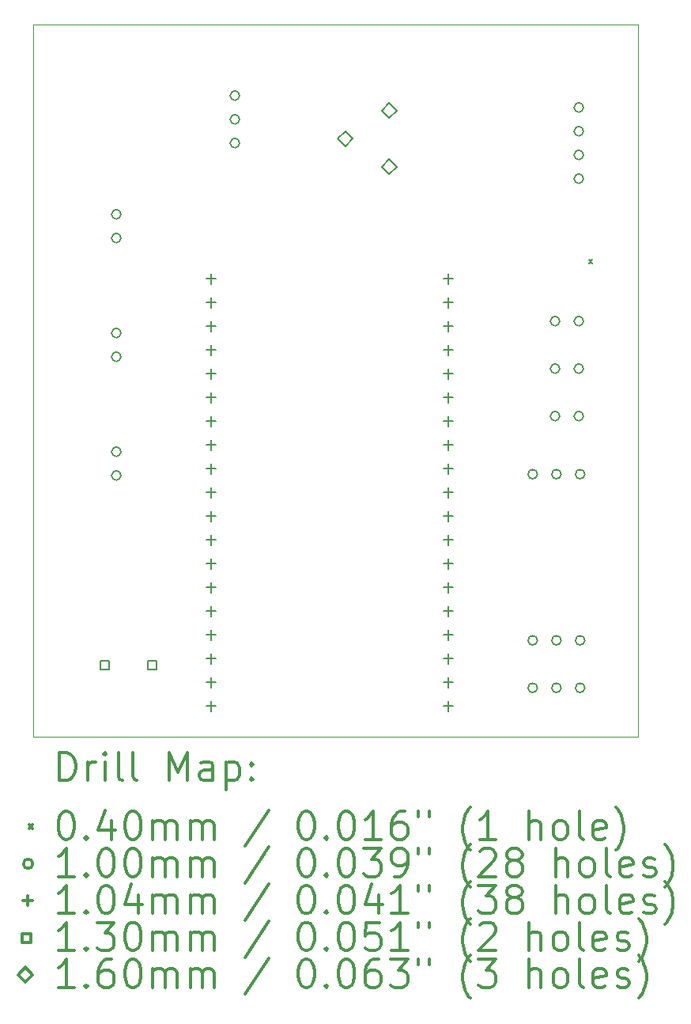
<source format=gbr>
%FSLAX45Y45*%
G04 Gerber Fmt 4.5, Leading zero omitted, Abs format (unit mm)*
G04 Created by KiCad (PCBNEW 5.0.1-33cea8e~68~ubuntu18.04.1) date Mon 19 Nov 2018 05:19:51 PM PST*
%MOMM*%
%LPD*%
G01*
G04 APERTURE LIST*
%ADD10C,0.100000*%
%ADD11C,0.200000*%
%ADD12C,0.300000*%
G04 APERTURE END LIST*
D10*
X23749000Y-6477000D02*
X17272000Y-6477000D01*
X23749000Y-14097000D02*
X23749000Y-6477000D01*
X17272000Y-14097000D02*
X23749000Y-14097000D01*
X17272000Y-6477000D02*
X17272000Y-14097000D01*
D11*
X23221000Y-8997000D02*
X23261000Y-9037000D01*
X23261000Y-8997000D02*
X23221000Y-9037000D01*
X18211000Y-9779000D02*
G75*
G03X18211000Y-9779000I-50000J0D01*
G01*
X18211000Y-10033000D02*
G75*
G03X18211000Y-10033000I-50000J0D01*
G01*
X22670200Y-11289300D02*
G75*
G03X22670200Y-11289300I-50000J0D01*
G01*
X22924200Y-11289300D02*
G75*
G03X22924200Y-11289300I-50000J0D01*
G01*
X23178200Y-11289300D02*
G75*
G03X23178200Y-11289300I-50000J0D01*
G01*
X18211000Y-8509000D02*
G75*
G03X18211000Y-8509000I-50000J0D01*
G01*
X18211000Y-8763000D02*
G75*
G03X18211000Y-8763000I-50000J0D01*
G01*
X22910000Y-10668000D02*
G75*
G03X22910000Y-10668000I-50000J0D01*
G01*
X23164000Y-10668000D02*
G75*
G03X23164000Y-10668000I-50000J0D01*
G01*
X23164000Y-7366000D02*
G75*
G03X23164000Y-7366000I-50000J0D01*
G01*
X23164000Y-7620000D02*
G75*
G03X23164000Y-7620000I-50000J0D01*
G01*
X23164000Y-7874000D02*
G75*
G03X23164000Y-7874000I-50000J0D01*
G01*
X23164000Y-8128000D02*
G75*
G03X23164000Y-8128000I-50000J0D01*
G01*
X22910000Y-10160000D02*
G75*
G03X22910000Y-10160000I-50000J0D01*
G01*
X23164000Y-10160000D02*
G75*
G03X23164000Y-10160000I-50000J0D01*
G01*
X22670200Y-13575300D02*
G75*
G03X22670200Y-13575300I-50000J0D01*
G01*
X22924200Y-13575300D02*
G75*
G03X22924200Y-13575300I-50000J0D01*
G01*
X23178200Y-13575300D02*
G75*
G03X23178200Y-13575300I-50000J0D01*
G01*
X22670200Y-13067300D02*
G75*
G03X22670200Y-13067300I-50000J0D01*
G01*
X22924200Y-13067300D02*
G75*
G03X22924200Y-13067300I-50000J0D01*
G01*
X23178200Y-13067300D02*
G75*
G03X23178200Y-13067300I-50000J0D01*
G01*
X18211000Y-11049000D02*
G75*
G03X18211000Y-11049000I-50000J0D01*
G01*
X18211000Y-11303000D02*
G75*
G03X18211000Y-11303000I-50000J0D01*
G01*
X22910000Y-9652000D02*
G75*
G03X22910000Y-9652000I-50000J0D01*
G01*
X23164000Y-9652000D02*
G75*
G03X23164000Y-9652000I-50000J0D01*
G01*
X19481000Y-7239000D02*
G75*
G03X19481000Y-7239000I-50000J0D01*
G01*
X19481000Y-7493000D02*
G75*
G03X19481000Y-7493000I-50000J0D01*
G01*
X19481000Y-7747000D02*
G75*
G03X19481000Y-7747000I-50000J0D01*
G01*
X19177000Y-9148000D02*
X19177000Y-9252000D01*
X19125000Y-9200000D02*
X19229000Y-9200000D01*
X19177000Y-9402000D02*
X19177000Y-9506000D01*
X19125000Y-9454000D02*
X19229000Y-9454000D01*
X19177000Y-9656000D02*
X19177000Y-9760000D01*
X19125000Y-9708000D02*
X19229000Y-9708000D01*
X19177000Y-9910000D02*
X19177000Y-10014000D01*
X19125000Y-9962000D02*
X19229000Y-9962000D01*
X19177000Y-10164000D02*
X19177000Y-10268000D01*
X19125000Y-10216000D02*
X19229000Y-10216000D01*
X19177000Y-10418000D02*
X19177000Y-10522000D01*
X19125000Y-10470000D02*
X19229000Y-10470000D01*
X19177000Y-10672000D02*
X19177000Y-10776000D01*
X19125000Y-10724000D02*
X19229000Y-10724000D01*
X19177000Y-10926000D02*
X19177000Y-11030000D01*
X19125000Y-10978000D02*
X19229000Y-10978000D01*
X19177000Y-11180000D02*
X19177000Y-11284000D01*
X19125000Y-11232000D02*
X19229000Y-11232000D01*
X19177000Y-11434000D02*
X19177000Y-11538000D01*
X19125000Y-11486000D02*
X19229000Y-11486000D01*
X19177000Y-11688000D02*
X19177000Y-11792000D01*
X19125000Y-11740000D02*
X19229000Y-11740000D01*
X19177000Y-11942000D02*
X19177000Y-12046000D01*
X19125000Y-11994000D02*
X19229000Y-11994000D01*
X19177000Y-12196000D02*
X19177000Y-12300000D01*
X19125000Y-12248000D02*
X19229000Y-12248000D01*
X19177000Y-12450000D02*
X19177000Y-12554000D01*
X19125000Y-12502000D02*
X19229000Y-12502000D01*
X19177000Y-12704000D02*
X19177000Y-12808000D01*
X19125000Y-12756000D02*
X19229000Y-12756000D01*
X19177000Y-12958000D02*
X19177000Y-13062000D01*
X19125000Y-13010000D02*
X19229000Y-13010000D01*
X19177000Y-13212000D02*
X19177000Y-13316000D01*
X19125000Y-13264000D02*
X19229000Y-13264000D01*
X19177000Y-13466000D02*
X19177000Y-13570000D01*
X19125000Y-13518000D02*
X19229000Y-13518000D01*
X19177000Y-13720000D02*
X19177000Y-13824000D01*
X19125000Y-13772000D02*
X19229000Y-13772000D01*
X21717000Y-9148000D02*
X21717000Y-9252000D01*
X21665000Y-9200000D02*
X21769000Y-9200000D01*
X21717000Y-9402000D02*
X21717000Y-9506000D01*
X21665000Y-9454000D02*
X21769000Y-9454000D01*
X21717000Y-9656000D02*
X21717000Y-9760000D01*
X21665000Y-9708000D02*
X21769000Y-9708000D01*
X21717000Y-9910000D02*
X21717000Y-10014000D01*
X21665000Y-9962000D02*
X21769000Y-9962000D01*
X21717000Y-10164000D02*
X21717000Y-10268000D01*
X21665000Y-10216000D02*
X21769000Y-10216000D01*
X21717000Y-10418000D02*
X21717000Y-10522000D01*
X21665000Y-10470000D02*
X21769000Y-10470000D01*
X21717000Y-10672000D02*
X21717000Y-10776000D01*
X21665000Y-10724000D02*
X21769000Y-10724000D01*
X21717000Y-10926000D02*
X21717000Y-11030000D01*
X21665000Y-10978000D02*
X21769000Y-10978000D01*
X21717000Y-11180000D02*
X21717000Y-11284000D01*
X21665000Y-11232000D02*
X21769000Y-11232000D01*
X21717000Y-11434000D02*
X21717000Y-11538000D01*
X21665000Y-11486000D02*
X21769000Y-11486000D01*
X21717000Y-11688000D02*
X21717000Y-11792000D01*
X21665000Y-11740000D02*
X21769000Y-11740000D01*
X21717000Y-11942000D02*
X21717000Y-12046000D01*
X21665000Y-11994000D02*
X21769000Y-11994000D01*
X21717000Y-12196000D02*
X21717000Y-12300000D01*
X21665000Y-12248000D02*
X21769000Y-12248000D01*
X21717000Y-12450000D02*
X21717000Y-12554000D01*
X21665000Y-12502000D02*
X21769000Y-12502000D01*
X21717000Y-12704000D02*
X21717000Y-12808000D01*
X21665000Y-12756000D02*
X21769000Y-12756000D01*
X21717000Y-12958000D02*
X21717000Y-13062000D01*
X21665000Y-13010000D02*
X21769000Y-13010000D01*
X21717000Y-13212000D02*
X21717000Y-13316000D01*
X21665000Y-13264000D02*
X21769000Y-13264000D01*
X21717000Y-13466000D02*
X21717000Y-13570000D01*
X21665000Y-13518000D02*
X21769000Y-13518000D01*
X21717000Y-13720000D02*
X21717000Y-13824000D01*
X21665000Y-13772000D02*
X21769000Y-13772000D01*
X18079962Y-13380962D02*
X18079962Y-13289038D01*
X17988038Y-13289038D01*
X17988038Y-13380962D01*
X18079962Y-13380962D01*
X18587962Y-13380962D02*
X18587962Y-13289038D01*
X18496038Y-13289038D01*
X18496038Y-13380962D01*
X18587962Y-13380962D01*
X20612000Y-7781000D02*
X20692000Y-7701000D01*
X20612000Y-7621000D01*
X20532000Y-7701000D01*
X20612000Y-7781000D01*
X21082000Y-7481000D02*
X21162000Y-7401000D01*
X21082000Y-7321000D01*
X21002000Y-7401000D01*
X21082000Y-7481000D01*
X21082000Y-8081000D02*
X21162000Y-8001000D01*
X21082000Y-7921000D01*
X21002000Y-8001000D01*
X21082000Y-8081000D01*
D12*
X17553428Y-14567714D02*
X17553428Y-14267714D01*
X17624857Y-14267714D01*
X17667714Y-14282000D01*
X17696286Y-14310571D01*
X17710571Y-14339143D01*
X17724857Y-14396286D01*
X17724857Y-14439143D01*
X17710571Y-14496286D01*
X17696286Y-14524857D01*
X17667714Y-14553429D01*
X17624857Y-14567714D01*
X17553428Y-14567714D01*
X17853428Y-14567714D02*
X17853428Y-14367714D01*
X17853428Y-14424857D02*
X17867714Y-14396286D01*
X17882000Y-14382000D01*
X17910571Y-14367714D01*
X17939143Y-14367714D01*
X18039143Y-14567714D02*
X18039143Y-14367714D01*
X18039143Y-14267714D02*
X18024857Y-14282000D01*
X18039143Y-14296286D01*
X18053428Y-14282000D01*
X18039143Y-14267714D01*
X18039143Y-14296286D01*
X18224857Y-14567714D02*
X18196286Y-14553429D01*
X18182000Y-14524857D01*
X18182000Y-14267714D01*
X18382000Y-14567714D02*
X18353428Y-14553429D01*
X18339143Y-14524857D01*
X18339143Y-14267714D01*
X18724857Y-14567714D02*
X18724857Y-14267714D01*
X18824857Y-14482000D01*
X18924857Y-14267714D01*
X18924857Y-14567714D01*
X19196286Y-14567714D02*
X19196286Y-14410571D01*
X19182000Y-14382000D01*
X19153428Y-14367714D01*
X19096286Y-14367714D01*
X19067714Y-14382000D01*
X19196286Y-14553429D02*
X19167714Y-14567714D01*
X19096286Y-14567714D01*
X19067714Y-14553429D01*
X19053428Y-14524857D01*
X19053428Y-14496286D01*
X19067714Y-14467714D01*
X19096286Y-14453429D01*
X19167714Y-14453429D01*
X19196286Y-14439143D01*
X19339143Y-14367714D02*
X19339143Y-14667714D01*
X19339143Y-14382000D02*
X19367714Y-14367714D01*
X19424857Y-14367714D01*
X19453428Y-14382000D01*
X19467714Y-14396286D01*
X19482000Y-14424857D01*
X19482000Y-14510571D01*
X19467714Y-14539143D01*
X19453428Y-14553429D01*
X19424857Y-14567714D01*
X19367714Y-14567714D01*
X19339143Y-14553429D01*
X19610571Y-14539143D02*
X19624857Y-14553429D01*
X19610571Y-14567714D01*
X19596286Y-14553429D01*
X19610571Y-14539143D01*
X19610571Y-14567714D01*
X19610571Y-14382000D02*
X19624857Y-14396286D01*
X19610571Y-14410571D01*
X19596286Y-14396286D01*
X19610571Y-14382000D01*
X19610571Y-14410571D01*
X17227000Y-15042000D02*
X17267000Y-15082000D01*
X17267000Y-15042000D02*
X17227000Y-15082000D01*
X17610571Y-14897714D02*
X17639143Y-14897714D01*
X17667714Y-14912000D01*
X17682000Y-14926286D01*
X17696286Y-14954857D01*
X17710571Y-15012000D01*
X17710571Y-15083429D01*
X17696286Y-15140571D01*
X17682000Y-15169143D01*
X17667714Y-15183429D01*
X17639143Y-15197714D01*
X17610571Y-15197714D01*
X17582000Y-15183429D01*
X17567714Y-15169143D01*
X17553428Y-15140571D01*
X17539143Y-15083429D01*
X17539143Y-15012000D01*
X17553428Y-14954857D01*
X17567714Y-14926286D01*
X17582000Y-14912000D01*
X17610571Y-14897714D01*
X17839143Y-15169143D02*
X17853428Y-15183429D01*
X17839143Y-15197714D01*
X17824857Y-15183429D01*
X17839143Y-15169143D01*
X17839143Y-15197714D01*
X18110571Y-14997714D02*
X18110571Y-15197714D01*
X18039143Y-14883429D02*
X17967714Y-15097714D01*
X18153428Y-15097714D01*
X18324857Y-14897714D02*
X18353428Y-14897714D01*
X18382000Y-14912000D01*
X18396286Y-14926286D01*
X18410571Y-14954857D01*
X18424857Y-15012000D01*
X18424857Y-15083429D01*
X18410571Y-15140571D01*
X18396286Y-15169143D01*
X18382000Y-15183429D01*
X18353428Y-15197714D01*
X18324857Y-15197714D01*
X18296286Y-15183429D01*
X18282000Y-15169143D01*
X18267714Y-15140571D01*
X18253428Y-15083429D01*
X18253428Y-15012000D01*
X18267714Y-14954857D01*
X18282000Y-14926286D01*
X18296286Y-14912000D01*
X18324857Y-14897714D01*
X18553428Y-15197714D02*
X18553428Y-14997714D01*
X18553428Y-15026286D02*
X18567714Y-15012000D01*
X18596286Y-14997714D01*
X18639143Y-14997714D01*
X18667714Y-15012000D01*
X18682000Y-15040571D01*
X18682000Y-15197714D01*
X18682000Y-15040571D02*
X18696286Y-15012000D01*
X18724857Y-14997714D01*
X18767714Y-14997714D01*
X18796286Y-15012000D01*
X18810571Y-15040571D01*
X18810571Y-15197714D01*
X18953428Y-15197714D02*
X18953428Y-14997714D01*
X18953428Y-15026286D02*
X18967714Y-15012000D01*
X18996286Y-14997714D01*
X19039143Y-14997714D01*
X19067714Y-15012000D01*
X19082000Y-15040571D01*
X19082000Y-15197714D01*
X19082000Y-15040571D02*
X19096286Y-15012000D01*
X19124857Y-14997714D01*
X19167714Y-14997714D01*
X19196286Y-15012000D01*
X19210571Y-15040571D01*
X19210571Y-15197714D01*
X19796286Y-14883429D02*
X19539143Y-15269143D01*
X20182000Y-14897714D02*
X20210571Y-14897714D01*
X20239143Y-14912000D01*
X20253428Y-14926286D01*
X20267714Y-14954857D01*
X20282000Y-15012000D01*
X20282000Y-15083429D01*
X20267714Y-15140571D01*
X20253428Y-15169143D01*
X20239143Y-15183429D01*
X20210571Y-15197714D01*
X20182000Y-15197714D01*
X20153428Y-15183429D01*
X20139143Y-15169143D01*
X20124857Y-15140571D01*
X20110571Y-15083429D01*
X20110571Y-15012000D01*
X20124857Y-14954857D01*
X20139143Y-14926286D01*
X20153428Y-14912000D01*
X20182000Y-14897714D01*
X20410571Y-15169143D02*
X20424857Y-15183429D01*
X20410571Y-15197714D01*
X20396286Y-15183429D01*
X20410571Y-15169143D01*
X20410571Y-15197714D01*
X20610571Y-14897714D02*
X20639143Y-14897714D01*
X20667714Y-14912000D01*
X20682000Y-14926286D01*
X20696286Y-14954857D01*
X20710571Y-15012000D01*
X20710571Y-15083429D01*
X20696286Y-15140571D01*
X20682000Y-15169143D01*
X20667714Y-15183429D01*
X20639143Y-15197714D01*
X20610571Y-15197714D01*
X20582000Y-15183429D01*
X20567714Y-15169143D01*
X20553428Y-15140571D01*
X20539143Y-15083429D01*
X20539143Y-15012000D01*
X20553428Y-14954857D01*
X20567714Y-14926286D01*
X20582000Y-14912000D01*
X20610571Y-14897714D01*
X20996286Y-15197714D02*
X20824857Y-15197714D01*
X20910571Y-15197714D02*
X20910571Y-14897714D01*
X20882000Y-14940571D01*
X20853428Y-14969143D01*
X20824857Y-14983429D01*
X21253428Y-14897714D02*
X21196286Y-14897714D01*
X21167714Y-14912000D01*
X21153428Y-14926286D01*
X21124857Y-14969143D01*
X21110571Y-15026286D01*
X21110571Y-15140571D01*
X21124857Y-15169143D01*
X21139143Y-15183429D01*
X21167714Y-15197714D01*
X21224857Y-15197714D01*
X21253428Y-15183429D01*
X21267714Y-15169143D01*
X21282000Y-15140571D01*
X21282000Y-15069143D01*
X21267714Y-15040571D01*
X21253428Y-15026286D01*
X21224857Y-15012000D01*
X21167714Y-15012000D01*
X21139143Y-15026286D01*
X21124857Y-15040571D01*
X21110571Y-15069143D01*
X21396286Y-14897714D02*
X21396286Y-14954857D01*
X21510571Y-14897714D02*
X21510571Y-14954857D01*
X21953428Y-15312000D02*
X21939143Y-15297714D01*
X21910571Y-15254857D01*
X21896286Y-15226286D01*
X21882000Y-15183429D01*
X21867714Y-15112000D01*
X21867714Y-15054857D01*
X21882000Y-14983429D01*
X21896286Y-14940571D01*
X21910571Y-14912000D01*
X21939143Y-14869143D01*
X21953428Y-14854857D01*
X22224857Y-15197714D02*
X22053428Y-15197714D01*
X22139143Y-15197714D02*
X22139143Y-14897714D01*
X22110571Y-14940571D01*
X22082000Y-14969143D01*
X22053428Y-14983429D01*
X22582000Y-15197714D02*
X22582000Y-14897714D01*
X22710571Y-15197714D02*
X22710571Y-15040571D01*
X22696286Y-15012000D01*
X22667714Y-14997714D01*
X22624857Y-14997714D01*
X22596286Y-15012000D01*
X22582000Y-15026286D01*
X22896286Y-15197714D02*
X22867714Y-15183429D01*
X22853428Y-15169143D01*
X22839143Y-15140571D01*
X22839143Y-15054857D01*
X22853428Y-15026286D01*
X22867714Y-15012000D01*
X22896286Y-14997714D01*
X22939143Y-14997714D01*
X22967714Y-15012000D01*
X22982000Y-15026286D01*
X22996286Y-15054857D01*
X22996286Y-15140571D01*
X22982000Y-15169143D01*
X22967714Y-15183429D01*
X22939143Y-15197714D01*
X22896286Y-15197714D01*
X23167714Y-15197714D02*
X23139143Y-15183429D01*
X23124857Y-15154857D01*
X23124857Y-14897714D01*
X23396286Y-15183429D02*
X23367714Y-15197714D01*
X23310571Y-15197714D01*
X23282000Y-15183429D01*
X23267714Y-15154857D01*
X23267714Y-15040571D01*
X23282000Y-15012000D01*
X23310571Y-14997714D01*
X23367714Y-14997714D01*
X23396286Y-15012000D01*
X23410571Y-15040571D01*
X23410571Y-15069143D01*
X23267714Y-15097714D01*
X23510571Y-15312000D02*
X23524857Y-15297714D01*
X23553428Y-15254857D01*
X23567714Y-15226286D01*
X23582000Y-15183429D01*
X23596286Y-15112000D01*
X23596286Y-15054857D01*
X23582000Y-14983429D01*
X23567714Y-14940571D01*
X23553428Y-14912000D01*
X23524857Y-14869143D01*
X23510571Y-14854857D01*
X17267000Y-15458000D02*
G75*
G03X17267000Y-15458000I-50000J0D01*
G01*
X17710571Y-15593714D02*
X17539143Y-15593714D01*
X17624857Y-15593714D02*
X17624857Y-15293714D01*
X17596286Y-15336571D01*
X17567714Y-15365143D01*
X17539143Y-15379429D01*
X17839143Y-15565143D02*
X17853428Y-15579429D01*
X17839143Y-15593714D01*
X17824857Y-15579429D01*
X17839143Y-15565143D01*
X17839143Y-15593714D01*
X18039143Y-15293714D02*
X18067714Y-15293714D01*
X18096286Y-15308000D01*
X18110571Y-15322286D01*
X18124857Y-15350857D01*
X18139143Y-15408000D01*
X18139143Y-15479429D01*
X18124857Y-15536571D01*
X18110571Y-15565143D01*
X18096286Y-15579429D01*
X18067714Y-15593714D01*
X18039143Y-15593714D01*
X18010571Y-15579429D01*
X17996286Y-15565143D01*
X17982000Y-15536571D01*
X17967714Y-15479429D01*
X17967714Y-15408000D01*
X17982000Y-15350857D01*
X17996286Y-15322286D01*
X18010571Y-15308000D01*
X18039143Y-15293714D01*
X18324857Y-15293714D02*
X18353428Y-15293714D01*
X18382000Y-15308000D01*
X18396286Y-15322286D01*
X18410571Y-15350857D01*
X18424857Y-15408000D01*
X18424857Y-15479429D01*
X18410571Y-15536571D01*
X18396286Y-15565143D01*
X18382000Y-15579429D01*
X18353428Y-15593714D01*
X18324857Y-15593714D01*
X18296286Y-15579429D01*
X18282000Y-15565143D01*
X18267714Y-15536571D01*
X18253428Y-15479429D01*
X18253428Y-15408000D01*
X18267714Y-15350857D01*
X18282000Y-15322286D01*
X18296286Y-15308000D01*
X18324857Y-15293714D01*
X18553428Y-15593714D02*
X18553428Y-15393714D01*
X18553428Y-15422286D02*
X18567714Y-15408000D01*
X18596286Y-15393714D01*
X18639143Y-15393714D01*
X18667714Y-15408000D01*
X18682000Y-15436571D01*
X18682000Y-15593714D01*
X18682000Y-15436571D02*
X18696286Y-15408000D01*
X18724857Y-15393714D01*
X18767714Y-15393714D01*
X18796286Y-15408000D01*
X18810571Y-15436571D01*
X18810571Y-15593714D01*
X18953428Y-15593714D02*
X18953428Y-15393714D01*
X18953428Y-15422286D02*
X18967714Y-15408000D01*
X18996286Y-15393714D01*
X19039143Y-15393714D01*
X19067714Y-15408000D01*
X19082000Y-15436571D01*
X19082000Y-15593714D01*
X19082000Y-15436571D02*
X19096286Y-15408000D01*
X19124857Y-15393714D01*
X19167714Y-15393714D01*
X19196286Y-15408000D01*
X19210571Y-15436571D01*
X19210571Y-15593714D01*
X19796286Y-15279429D02*
X19539143Y-15665143D01*
X20182000Y-15293714D02*
X20210571Y-15293714D01*
X20239143Y-15308000D01*
X20253428Y-15322286D01*
X20267714Y-15350857D01*
X20282000Y-15408000D01*
X20282000Y-15479429D01*
X20267714Y-15536571D01*
X20253428Y-15565143D01*
X20239143Y-15579429D01*
X20210571Y-15593714D01*
X20182000Y-15593714D01*
X20153428Y-15579429D01*
X20139143Y-15565143D01*
X20124857Y-15536571D01*
X20110571Y-15479429D01*
X20110571Y-15408000D01*
X20124857Y-15350857D01*
X20139143Y-15322286D01*
X20153428Y-15308000D01*
X20182000Y-15293714D01*
X20410571Y-15565143D02*
X20424857Y-15579429D01*
X20410571Y-15593714D01*
X20396286Y-15579429D01*
X20410571Y-15565143D01*
X20410571Y-15593714D01*
X20610571Y-15293714D02*
X20639143Y-15293714D01*
X20667714Y-15308000D01*
X20682000Y-15322286D01*
X20696286Y-15350857D01*
X20710571Y-15408000D01*
X20710571Y-15479429D01*
X20696286Y-15536571D01*
X20682000Y-15565143D01*
X20667714Y-15579429D01*
X20639143Y-15593714D01*
X20610571Y-15593714D01*
X20582000Y-15579429D01*
X20567714Y-15565143D01*
X20553428Y-15536571D01*
X20539143Y-15479429D01*
X20539143Y-15408000D01*
X20553428Y-15350857D01*
X20567714Y-15322286D01*
X20582000Y-15308000D01*
X20610571Y-15293714D01*
X20810571Y-15293714D02*
X20996286Y-15293714D01*
X20896286Y-15408000D01*
X20939143Y-15408000D01*
X20967714Y-15422286D01*
X20982000Y-15436571D01*
X20996286Y-15465143D01*
X20996286Y-15536571D01*
X20982000Y-15565143D01*
X20967714Y-15579429D01*
X20939143Y-15593714D01*
X20853428Y-15593714D01*
X20824857Y-15579429D01*
X20810571Y-15565143D01*
X21139143Y-15593714D02*
X21196286Y-15593714D01*
X21224857Y-15579429D01*
X21239143Y-15565143D01*
X21267714Y-15522286D01*
X21282000Y-15465143D01*
X21282000Y-15350857D01*
X21267714Y-15322286D01*
X21253428Y-15308000D01*
X21224857Y-15293714D01*
X21167714Y-15293714D01*
X21139143Y-15308000D01*
X21124857Y-15322286D01*
X21110571Y-15350857D01*
X21110571Y-15422286D01*
X21124857Y-15450857D01*
X21139143Y-15465143D01*
X21167714Y-15479429D01*
X21224857Y-15479429D01*
X21253428Y-15465143D01*
X21267714Y-15450857D01*
X21282000Y-15422286D01*
X21396286Y-15293714D02*
X21396286Y-15350857D01*
X21510571Y-15293714D02*
X21510571Y-15350857D01*
X21953428Y-15708000D02*
X21939143Y-15693714D01*
X21910571Y-15650857D01*
X21896286Y-15622286D01*
X21882000Y-15579429D01*
X21867714Y-15508000D01*
X21867714Y-15450857D01*
X21882000Y-15379429D01*
X21896286Y-15336571D01*
X21910571Y-15308000D01*
X21939143Y-15265143D01*
X21953428Y-15250857D01*
X22053428Y-15322286D02*
X22067714Y-15308000D01*
X22096286Y-15293714D01*
X22167714Y-15293714D01*
X22196286Y-15308000D01*
X22210571Y-15322286D01*
X22224857Y-15350857D01*
X22224857Y-15379429D01*
X22210571Y-15422286D01*
X22039143Y-15593714D01*
X22224857Y-15593714D01*
X22396286Y-15422286D02*
X22367714Y-15408000D01*
X22353428Y-15393714D01*
X22339143Y-15365143D01*
X22339143Y-15350857D01*
X22353428Y-15322286D01*
X22367714Y-15308000D01*
X22396286Y-15293714D01*
X22453428Y-15293714D01*
X22482000Y-15308000D01*
X22496286Y-15322286D01*
X22510571Y-15350857D01*
X22510571Y-15365143D01*
X22496286Y-15393714D01*
X22482000Y-15408000D01*
X22453428Y-15422286D01*
X22396286Y-15422286D01*
X22367714Y-15436571D01*
X22353428Y-15450857D01*
X22339143Y-15479429D01*
X22339143Y-15536571D01*
X22353428Y-15565143D01*
X22367714Y-15579429D01*
X22396286Y-15593714D01*
X22453428Y-15593714D01*
X22482000Y-15579429D01*
X22496286Y-15565143D01*
X22510571Y-15536571D01*
X22510571Y-15479429D01*
X22496286Y-15450857D01*
X22482000Y-15436571D01*
X22453428Y-15422286D01*
X22867714Y-15593714D02*
X22867714Y-15293714D01*
X22996286Y-15593714D02*
X22996286Y-15436571D01*
X22982000Y-15408000D01*
X22953428Y-15393714D01*
X22910571Y-15393714D01*
X22882000Y-15408000D01*
X22867714Y-15422286D01*
X23182000Y-15593714D02*
X23153428Y-15579429D01*
X23139143Y-15565143D01*
X23124857Y-15536571D01*
X23124857Y-15450857D01*
X23139143Y-15422286D01*
X23153428Y-15408000D01*
X23182000Y-15393714D01*
X23224857Y-15393714D01*
X23253428Y-15408000D01*
X23267714Y-15422286D01*
X23282000Y-15450857D01*
X23282000Y-15536571D01*
X23267714Y-15565143D01*
X23253428Y-15579429D01*
X23224857Y-15593714D01*
X23182000Y-15593714D01*
X23453428Y-15593714D02*
X23424857Y-15579429D01*
X23410571Y-15550857D01*
X23410571Y-15293714D01*
X23682000Y-15579429D02*
X23653428Y-15593714D01*
X23596286Y-15593714D01*
X23567714Y-15579429D01*
X23553428Y-15550857D01*
X23553428Y-15436571D01*
X23567714Y-15408000D01*
X23596286Y-15393714D01*
X23653428Y-15393714D01*
X23682000Y-15408000D01*
X23696286Y-15436571D01*
X23696286Y-15465143D01*
X23553428Y-15493714D01*
X23810571Y-15579429D02*
X23839143Y-15593714D01*
X23896286Y-15593714D01*
X23924857Y-15579429D01*
X23939143Y-15550857D01*
X23939143Y-15536571D01*
X23924857Y-15508000D01*
X23896286Y-15493714D01*
X23853428Y-15493714D01*
X23824857Y-15479429D01*
X23810571Y-15450857D01*
X23810571Y-15436571D01*
X23824857Y-15408000D01*
X23853428Y-15393714D01*
X23896286Y-15393714D01*
X23924857Y-15408000D01*
X24039143Y-15708000D02*
X24053428Y-15693714D01*
X24082000Y-15650857D01*
X24096286Y-15622286D01*
X24110571Y-15579429D01*
X24124857Y-15508000D01*
X24124857Y-15450857D01*
X24110571Y-15379429D01*
X24096286Y-15336571D01*
X24082000Y-15308000D01*
X24053428Y-15265143D01*
X24039143Y-15250857D01*
X17215000Y-15802000D02*
X17215000Y-15906000D01*
X17163000Y-15854000D02*
X17267000Y-15854000D01*
X17710571Y-15989714D02*
X17539143Y-15989714D01*
X17624857Y-15989714D02*
X17624857Y-15689714D01*
X17596286Y-15732571D01*
X17567714Y-15761143D01*
X17539143Y-15775429D01*
X17839143Y-15961143D02*
X17853428Y-15975429D01*
X17839143Y-15989714D01*
X17824857Y-15975429D01*
X17839143Y-15961143D01*
X17839143Y-15989714D01*
X18039143Y-15689714D02*
X18067714Y-15689714D01*
X18096286Y-15704000D01*
X18110571Y-15718286D01*
X18124857Y-15746857D01*
X18139143Y-15804000D01*
X18139143Y-15875429D01*
X18124857Y-15932571D01*
X18110571Y-15961143D01*
X18096286Y-15975429D01*
X18067714Y-15989714D01*
X18039143Y-15989714D01*
X18010571Y-15975429D01*
X17996286Y-15961143D01*
X17982000Y-15932571D01*
X17967714Y-15875429D01*
X17967714Y-15804000D01*
X17982000Y-15746857D01*
X17996286Y-15718286D01*
X18010571Y-15704000D01*
X18039143Y-15689714D01*
X18396286Y-15789714D02*
X18396286Y-15989714D01*
X18324857Y-15675429D02*
X18253428Y-15889714D01*
X18439143Y-15889714D01*
X18553428Y-15989714D02*
X18553428Y-15789714D01*
X18553428Y-15818286D02*
X18567714Y-15804000D01*
X18596286Y-15789714D01*
X18639143Y-15789714D01*
X18667714Y-15804000D01*
X18682000Y-15832571D01*
X18682000Y-15989714D01*
X18682000Y-15832571D02*
X18696286Y-15804000D01*
X18724857Y-15789714D01*
X18767714Y-15789714D01*
X18796286Y-15804000D01*
X18810571Y-15832571D01*
X18810571Y-15989714D01*
X18953428Y-15989714D02*
X18953428Y-15789714D01*
X18953428Y-15818286D02*
X18967714Y-15804000D01*
X18996286Y-15789714D01*
X19039143Y-15789714D01*
X19067714Y-15804000D01*
X19082000Y-15832571D01*
X19082000Y-15989714D01*
X19082000Y-15832571D02*
X19096286Y-15804000D01*
X19124857Y-15789714D01*
X19167714Y-15789714D01*
X19196286Y-15804000D01*
X19210571Y-15832571D01*
X19210571Y-15989714D01*
X19796286Y-15675429D02*
X19539143Y-16061143D01*
X20182000Y-15689714D02*
X20210571Y-15689714D01*
X20239143Y-15704000D01*
X20253428Y-15718286D01*
X20267714Y-15746857D01*
X20282000Y-15804000D01*
X20282000Y-15875429D01*
X20267714Y-15932571D01*
X20253428Y-15961143D01*
X20239143Y-15975429D01*
X20210571Y-15989714D01*
X20182000Y-15989714D01*
X20153428Y-15975429D01*
X20139143Y-15961143D01*
X20124857Y-15932571D01*
X20110571Y-15875429D01*
X20110571Y-15804000D01*
X20124857Y-15746857D01*
X20139143Y-15718286D01*
X20153428Y-15704000D01*
X20182000Y-15689714D01*
X20410571Y-15961143D02*
X20424857Y-15975429D01*
X20410571Y-15989714D01*
X20396286Y-15975429D01*
X20410571Y-15961143D01*
X20410571Y-15989714D01*
X20610571Y-15689714D02*
X20639143Y-15689714D01*
X20667714Y-15704000D01*
X20682000Y-15718286D01*
X20696286Y-15746857D01*
X20710571Y-15804000D01*
X20710571Y-15875429D01*
X20696286Y-15932571D01*
X20682000Y-15961143D01*
X20667714Y-15975429D01*
X20639143Y-15989714D01*
X20610571Y-15989714D01*
X20582000Y-15975429D01*
X20567714Y-15961143D01*
X20553428Y-15932571D01*
X20539143Y-15875429D01*
X20539143Y-15804000D01*
X20553428Y-15746857D01*
X20567714Y-15718286D01*
X20582000Y-15704000D01*
X20610571Y-15689714D01*
X20967714Y-15789714D02*
X20967714Y-15989714D01*
X20896286Y-15675429D02*
X20824857Y-15889714D01*
X21010571Y-15889714D01*
X21282000Y-15989714D02*
X21110571Y-15989714D01*
X21196286Y-15989714D02*
X21196286Y-15689714D01*
X21167714Y-15732571D01*
X21139143Y-15761143D01*
X21110571Y-15775429D01*
X21396286Y-15689714D02*
X21396286Y-15746857D01*
X21510571Y-15689714D02*
X21510571Y-15746857D01*
X21953428Y-16104000D02*
X21939143Y-16089714D01*
X21910571Y-16046857D01*
X21896286Y-16018286D01*
X21882000Y-15975429D01*
X21867714Y-15904000D01*
X21867714Y-15846857D01*
X21882000Y-15775429D01*
X21896286Y-15732571D01*
X21910571Y-15704000D01*
X21939143Y-15661143D01*
X21953428Y-15646857D01*
X22039143Y-15689714D02*
X22224857Y-15689714D01*
X22124857Y-15804000D01*
X22167714Y-15804000D01*
X22196286Y-15818286D01*
X22210571Y-15832571D01*
X22224857Y-15861143D01*
X22224857Y-15932571D01*
X22210571Y-15961143D01*
X22196286Y-15975429D01*
X22167714Y-15989714D01*
X22082000Y-15989714D01*
X22053428Y-15975429D01*
X22039143Y-15961143D01*
X22396286Y-15818286D02*
X22367714Y-15804000D01*
X22353428Y-15789714D01*
X22339143Y-15761143D01*
X22339143Y-15746857D01*
X22353428Y-15718286D01*
X22367714Y-15704000D01*
X22396286Y-15689714D01*
X22453428Y-15689714D01*
X22482000Y-15704000D01*
X22496286Y-15718286D01*
X22510571Y-15746857D01*
X22510571Y-15761143D01*
X22496286Y-15789714D01*
X22482000Y-15804000D01*
X22453428Y-15818286D01*
X22396286Y-15818286D01*
X22367714Y-15832571D01*
X22353428Y-15846857D01*
X22339143Y-15875429D01*
X22339143Y-15932571D01*
X22353428Y-15961143D01*
X22367714Y-15975429D01*
X22396286Y-15989714D01*
X22453428Y-15989714D01*
X22482000Y-15975429D01*
X22496286Y-15961143D01*
X22510571Y-15932571D01*
X22510571Y-15875429D01*
X22496286Y-15846857D01*
X22482000Y-15832571D01*
X22453428Y-15818286D01*
X22867714Y-15989714D02*
X22867714Y-15689714D01*
X22996286Y-15989714D02*
X22996286Y-15832571D01*
X22982000Y-15804000D01*
X22953428Y-15789714D01*
X22910571Y-15789714D01*
X22882000Y-15804000D01*
X22867714Y-15818286D01*
X23182000Y-15989714D02*
X23153428Y-15975429D01*
X23139143Y-15961143D01*
X23124857Y-15932571D01*
X23124857Y-15846857D01*
X23139143Y-15818286D01*
X23153428Y-15804000D01*
X23182000Y-15789714D01*
X23224857Y-15789714D01*
X23253428Y-15804000D01*
X23267714Y-15818286D01*
X23282000Y-15846857D01*
X23282000Y-15932571D01*
X23267714Y-15961143D01*
X23253428Y-15975429D01*
X23224857Y-15989714D01*
X23182000Y-15989714D01*
X23453428Y-15989714D02*
X23424857Y-15975429D01*
X23410571Y-15946857D01*
X23410571Y-15689714D01*
X23682000Y-15975429D02*
X23653428Y-15989714D01*
X23596286Y-15989714D01*
X23567714Y-15975429D01*
X23553428Y-15946857D01*
X23553428Y-15832571D01*
X23567714Y-15804000D01*
X23596286Y-15789714D01*
X23653428Y-15789714D01*
X23682000Y-15804000D01*
X23696286Y-15832571D01*
X23696286Y-15861143D01*
X23553428Y-15889714D01*
X23810571Y-15975429D02*
X23839143Y-15989714D01*
X23896286Y-15989714D01*
X23924857Y-15975429D01*
X23939143Y-15946857D01*
X23939143Y-15932571D01*
X23924857Y-15904000D01*
X23896286Y-15889714D01*
X23853428Y-15889714D01*
X23824857Y-15875429D01*
X23810571Y-15846857D01*
X23810571Y-15832571D01*
X23824857Y-15804000D01*
X23853428Y-15789714D01*
X23896286Y-15789714D01*
X23924857Y-15804000D01*
X24039143Y-16104000D02*
X24053428Y-16089714D01*
X24082000Y-16046857D01*
X24096286Y-16018286D01*
X24110571Y-15975429D01*
X24124857Y-15904000D01*
X24124857Y-15846857D01*
X24110571Y-15775429D01*
X24096286Y-15732571D01*
X24082000Y-15704000D01*
X24053428Y-15661143D01*
X24039143Y-15646857D01*
X17247962Y-16295962D02*
X17247962Y-16204038D01*
X17156038Y-16204038D01*
X17156038Y-16295962D01*
X17247962Y-16295962D01*
X17710571Y-16385714D02*
X17539143Y-16385714D01*
X17624857Y-16385714D02*
X17624857Y-16085714D01*
X17596286Y-16128571D01*
X17567714Y-16157143D01*
X17539143Y-16171429D01*
X17839143Y-16357143D02*
X17853428Y-16371429D01*
X17839143Y-16385714D01*
X17824857Y-16371429D01*
X17839143Y-16357143D01*
X17839143Y-16385714D01*
X17953428Y-16085714D02*
X18139143Y-16085714D01*
X18039143Y-16200000D01*
X18082000Y-16200000D01*
X18110571Y-16214286D01*
X18124857Y-16228571D01*
X18139143Y-16257143D01*
X18139143Y-16328571D01*
X18124857Y-16357143D01*
X18110571Y-16371429D01*
X18082000Y-16385714D01*
X17996286Y-16385714D01*
X17967714Y-16371429D01*
X17953428Y-16357143D01*
X18324857Y-16085714D02*
X18353428Y-16085714D01*
X18382000Y-16100000D01*
X18396286Y-16114286D01*
X18410571Y-16142857D01*
X18424857Y-16200000D01*
X18424857Y-16271429D01*
X18410571Y-16328571D01*
X18396286Y-16357143D01*
X18382000Y-16371429D01*
X18353428Y-16385714D01*
X18324857Y-16385714D01*
X18296286Y-16371429D01*
X18282000Y-16357143D01*
X18267714Y-16328571D01*
X18253428Y-16271429D01*
X18253428Y-16200000D01*
X18267714Y-16142857D01*
X18282000Y-16114286D01*
X18296286Y-16100000D01*
X18324857Y-16085714D01*
X18553428Y-16385714D02*
X18553428Y-16185714D01*
X18553428Y-16214286D02*
X18567714Y-16200000D01*
X18596286Y-16185714D01*
X18639143Y-16185714D01*
X18667714Y-16200000D01*
X18682000Y-16228571D01*
X18682000Y-16385714D01*
X18682000Y-16228571D02*
X18696286Y-16200000D01*
X18724857Y-16185714D01*
X18767714Y-16185714D01*
X18796286Y-16200000D01*
X18810571Y-16228571D01*
X18810571Y-16385714D01*
X18953428Y-16385714D02*
X18953428Y-16185714D01*
X18953428Y-16214286D02*
X18967714Y-16200000D01*
X18996286Y-16185714D01*
X19039143Y-16185714D01*
X19067714Y-16200000D01*
X19082000Y-16228571D01*
X19082000Y-16385714D01*
X19082000Y-16228571D02*
X19096286Y-16200000D01*
X19124857Y-16185714D01*
X19167714Y-16185714D01*
X19196286Y-16200000D01*
X19210571Y-16228571D01*
X19210571Y-16385714D01*
X19796286Y-16071429D02*
X19539143Y-16457143D01*
X20182000Y-16085714D02*
X20210571Y-16085714D01*
X20239143Y-16100000D01*
X20253428Y-16114286D01*
X20267714Y-16142857D01*
X20282000Y-16200000D01*
X20282000Y-16271429D01*
X20267714Y-16328571D01*
X20253428Y-16357143D01*
X20239143Y-16371429D01*
X20210571Y-16385714D01*
X20182000Y-16385714D01*
X20153428Y-16371429D01*
X20139143Y-16357143D01*
X20124857Y-16328571D01*
X20110571Y-16271429D01*
X20110571Y-16200000D01*
X20124857Y-16142857D01*
X20139143Y-16114286D01*
X20153428Y-16100000D01*
X20182000Y-16085714D01*
X20410571Y-16357143D02*
X20424857Y-16371429D01*
X20410571Y-16385714D01*
X20396286Y-16371429D01*
X20410571Y-16357143D01*
X20410571Y-16385714D01*
X20610571Y-16085714D02*
X20639143Y-16085714D01*
X20667714Y-16100000D01*
X20682000Y-16114286D01*
X20696286Y-16142857D01*
X20710571Y-16200000D01*
X20710571Y-16271429D01*
X20696286Y-16328571D01*
X20682000Y-16357143D01*
X20667714Y-16371429D01*
X20639143Y-16385714D01*
X20610571Y-16385714D01*
X20582000Y-16371429D01*
X20567714Y-16357143D01*
X20553428Y-16328571D01*
X20539143Y-16271429D01*
X20539143Y-16200000D01*
X20553428Y-16142857D01*
X20567714Y-16114286D01*
X20582000Y-16100000D01*
X20610571Y-16085714D01*
X20982000Y-16085714D02*
X20839143Y-16085714D01*
X20824857Y-16228571D01*
X20839143Y-16214286D01*
X20867714Y-16200000D01*
X20939143Y-16200000D01*
X20967714Y-16214286D01*
X20982000Y-16228571D01*
X20996286Y-16257143D01*
X20996286Y-16328571D01*
X20982000Y-16357143D01*
X20967714Y-16371429D01*
X20939143Y-16385714D01*
X20867714Y-16385714D01*
X20839143Y-16371429D01*
X20824857Y-16357143D01*
X21282000Y-16385714D02*
X21110571Y-16385714D01*
X21196286Y-16385714D02*
X21196286Y-16085714D01*
X21167714Y-16128571D01*
X21139143Y-16157143D01*
X21110571Y-16171429D01*
X21396286Y-16085714D02*
X21396286Y-16142857D01*
X21510571Y-16085714D02*
X21510571Y-16142857D01*
X21953428Y-16500000D02*
X21939143Y-16485714D01*
X21910571Y-16442857D01*
X21896286Y-16414286D01*
X21882000Y-16371429D01*
X21867714Y-16300000D01*
X21867714Y-16242857D01*
X21882000Y-16171429D01*
X21896286Y-16128571D01*
X21910571Y-16100000D01*
X21939143Y-16057143D01*
X21953428Y-16042857D01*
X22053428Y-16114286D02*
X22067714Y-16100000D01*
X22096286Y-16085714D01*
X22167714Y-16085714D01*
X22196286Y-16100000D01*
X22210571Y-16114286D01*
X22224857Y-16142857D01*
X22224857Y-16171429D01*
X22210571Y-16214286D01*
X22039143Y-16385714D01*
X22224857Y-16385714D01*
X22582000Y-16385714D02*
X22582000Y-16085714D01*
X22710571Y-16385714D02*
X22710571Y-16228571D01*
X22696286Y-16200000D01*
X22667714Y-16185714D01*
X22624857Y-16185714D01*
X22596286Y-16200000D01*
X22582000Y-16214286D01*
X22896286Y-16385714D02*
X22867714Y-16371429D01*
X22853428Y-16357143D01*
X22839143Y-16328571D01*
X22839143Y-16242857D01*
X22853428Y-16214286D01*
X22867714Y-16200000D01*
X22896286Y-16185714D01*
X22939143Y-16185714D01*
X22967714Y-16200000D01*
X22982000Y-16214286D01*
X22996286Y-16242857D01*
X22996286Y-16328571D01*
X22982000Y-16357143D01*
X22967714Y-16371429D01*
X22939143Y-16385714D01*
X22896286Y-16385714D01*
X23167714Y-16385714D02*
X23139143Y-16371429D01*
X23124857Y-16342857D01*
X23124857Y-16085714D01*
X23396286Y-16371429D02*
X23367714Y-16385714D01*
X23310571Y-16385714D01*
X23282000Y-16371429D01*
X23267714Y-16342857D01*
X23267714Y-16228571D01*
X23282000Y-16200000D01*
X23310571Y-16185714D01*
X23367714Y-16185714D01*
X23396286Y-16200000D01*
X23410571Y-16228571D01*
X23410571Y-16257143D01*
X23267714Y-16285714D01*
X23524857Y-16371429D02*
X23553428Y-16385714D01*
X23610571Y-16385714D01*
X23639143Y-16371429D01*
X23653428Y-16342857D01*
X23653428Y-16328571D01*
X23639143Y-16300000D01*
X23610571Y-16285714D01*
X23567714Y-16285714D01*
X23539143Y-16271429D01*
X23524857Y-16242857D01*
X23524857Y-16228571D01*
X23539143Y-16200000D01*
X23567714Y-16185714D01*
X23610571Y-16185714D01*
X23639143Y-16200000D01*
X23753428Y-16500000D02*
X23767714Y-16485714D01*
X23796286Y-16442857D01*
X23810571Y-16414286D01*
X23824857Y-16371429D01*
X23839143Y-16300000D01*
X23839143Y-16242857D01*
X23824857Y-16171429D01*
X23810571Y-16128571D01*
X23796286Y-16100000D01*
X23767714Y-16057143D01*
X23753428Y-16042857D01*
X17187000Y-16726000D02*
X17267000Y-16646000D01*
X17187000Y-16566000D01*
X17107000Y-16646000D01*
X17187000Y-16726000D01*
X17710571Y-16781714D02*
X17539143Y-16781714D01*
X17624857Y-16781714D02*
X17624857Y-16481714D01*
X17596286Y-16524571D01*
X17567714Y-16553143D01*
X17539143Y-16567429D01*
X17839143Y-16753143D02*
X17853428Y-16767429D01*
X17839143Y-16781714D01*
X17824857Y-16767429D01*
X17839143Y-16753143D01*
X17839143Y-16781714D01*
X18110571Y-16481714D02*
X18053428Y-16481714D01*
X18024857Y-16496000D01*
X18010571Y-16510286D01*
X17982000Y-16553143D01*
X17967714Y-16610286D01*
X17967714Y-16724571D01*
X17982000Y-16753143D01*
X17996286Y-16767429D01*
X18024857Y-16781714D01*
X18082000Y-16781714D01*
X18110571Y-16767429D01*
X18124857Y-16753143D01*
X18139143Y-16724571D01*
X18139143Y-16653143D01*
X18124857Y-16624571D01*
X18110571Y-16610286D01*
X18082000Y-16596000D01*
X18024857Y-16596000D01*
X17996286Y-16610286D01*
X17982000Y-16624571D01*
X17967714Y-16653143D01*
X18324857Y-16481714D02*
X18353428Y-16481714D01*
X18382000Y-16496000D01*
X18396286Y-16510286D01*
X18410571Y-16538857D01*
X18424857Y-16596000D01*
X18424857Y-16667429D01*
X18410571Y-16724571D01*
X18396286Y-16753143D01*
X18382000Y-16767429D01*
X18353428Y-16781714D01*
X18324857Y-16781714D01*
X18296286Y-16767429D01*
X18282000Y-16753143D01*
X18267714Y-16724571D01*
X18253428Y-16667429D01*
X18253428Y-16596000D01*
X18267714Y-16538857D01*
X18282000Y-16510286D01*
X18296286Y-16496000D01*
X18324857Y-16481714D01*
X18553428Y-16781714D02*
X18553428Y-16581714D01*
X18553428Y-16610286D02*
X18567714Y-16596000D01*
X18596286Y-16581714D01*
X18639143Y-16581714D01*
X18667714Y-16596000D01*
X18682000Y-16624571D01*
X18682000Y-16781714D01*
X18682000Y-16624571D02*
X18696286Y-16596000D01*
X18724857Y-16581714D01*
X18767714Y-16581714D01*
X18796286Y-16596000D01*
X18810571Y-16624571D01*
X18810571Y-16781714D01*
X18953428Y-16781714D02*
X18953428Y-16581714D01*
X18953428Y-16610286D02*
X18967714Y-16596000D01*
X18996286Y-16581714D01*
X19039143Y-16581714D01*
X19067714Y-16596000D01*
X19082000Y-16624571D01*
X19082000Y-16781714D01*
X19082000Y-16624571D02*
X19096286Y-16596000D01*
X19124857Y-16581714D01*
X19167714Y-16581714D01*
X19196286Y-16596000D01*
X19210571Y-16624571D01*
X19210571Y-16781714D01*
X19796286Y-16467429D02*
X19539143Y-16853143D01*
X20182000Y-16481714D02*
X20210571Y-16481714D01*
X20239143Y-16496000D01*
X20253428Y-16510286D01*
X20267714Y-16538857D01*
X20282000Y-16596000D01*
X20282000Y-16667429D01*
X20267714Y-16724571D01*
X20253428Y-16753143D01*
X20239143Y-16767429D01*
X20210571Y-16781714D01*
X20182000Y-16781714D01*
X20153428Y-16767429D01*
X20139143Y-16753143D01*
X20124857Y-16724571D01*
X20110571Y-16667429D01*
X20110571Y-16596000D01*
X20124857Y-16538857D01*
X20139143Y-16510286D01*
X20153428Y-16496000D01*
X20182000Y-16481714D01*
X20410571Y-16753143D02*
X20424857Y-16767429D01*
X20410571Y-16781714D01*
X20396286Y-16767429D01*
X20410571Y-16753143D01*
X20410571Y-16781714D01*
X20610571Y-16481714D02*
X20639143Y-16481714D01*
X20667714Y-16496000D01*
X20682000Y-16510286D01*
X20696286Y-16538857D01*
X20710571Y-16596000D01*
X20710571Y-16667429D01*
X20696286Y-16724571D01*
X20682000Y-16753143D01*
X20667714Y-16767429D01*
X20639143Y-16781714D01*
X20610571Y-16781714D01*
X20582000Y-16767429D01*
X20567714Y-16753143D01*
X20553428Y-16724571D01*
X20539143Y-16667429D01*
X20539143Y-16596000D01*
X20553428Y-16538857D01*
X20567714Y-16510286D01*
X20582000Y-16496000D01*
X20610571Y-16481714D01*
X20967714Y-16481714D02*
X20910571Y-16481714D01*
X20882000Y-16496000D01*
X20867714Y-16510286D01*
X20839143Y-16553143D01*
X20824857Y-16610286D01*
X20824857Y-16724571D01*
X20839143Y-16753143D01*
X20853428Y-16767429D01*
X20882000Y-16781714D01*
X20939143Y-16781714D01*
X20967714Y-16767429D01*
X20982000Y-16753143D01*
X20996286Y-16724571D01*
X20996286Y-16653143D01*
X20982000Y-16624571D01*
X20967714Y-16610286D01*
X20939143Y-16596000D01*
X20882000Y-16596000D01*
X20853428Y-16610286D01*
X20839143Y-16624571D01*
X20824857Y-16653143D01*
X21096286Y-16481714D02*
X21282000Y-16481714D01*
X21182000Y-16596000D01*
X21224857Y-16596000D01*
X21253428Y-16610286D01*
X21267714Y-16624571D01*
X21282000Y-16653143D01*
X21282000Y-16724571D01*
X21267714Y-16753143D01*
X21253428Y-16767429D01*
X21224857Y-16781714D01*
X21139143Y-16781714D01*
X21110571Y-16767429D01*
X21096286Y-16753143D01*
X21396286Y-16481714D02*
X21396286Y-16538857D01*
X21510571Y-16481714D02*
X21510571Y-16538857D01*
X21953428Y-16896000D02*
X21939143Y-16881714D01*
X21910571Y-16838857D01*
X21896286Y-16810286D01*
X21882000Y-16767429D01*
X21867714Y-16696000D01*
X21867714Y-16638857D01*
X21882000Y-16567429D01*
X21896286Y-16524571D01*
X21910571Y-16496000D01*
X21939143Y-16453143D01*
X21953428Y-16438857D01*
X22039143Y-16481714D02*
X22224857Y-16481714D01*
X22124857Y-16596000D01*
X22167714Y-16596000D01*
X22196286Y-16610286D01*
X22210571Y-16624571D01*
X22224857Y-16653143D01*
X22224857Y-16724571D01*
X22210571Y-16753143D01*
X22196286Y-16767429D01*
X22167714Y-16781714D01*
X22082000Y-16781714D01*
X22053428Y-16767429D01*
X22039143Y-16753143D01*
X22582000Y-16781714D02*
X22582000Y-16481714D01*
X22710571Y-16781714D02*
X22710571Y-16624571D01*
X22696286Y-16596000D01*
X22667714Y-16581714D01*
X22624857Y-16581714D01*
X22596286Y-16596000D01*
X22582000Y-16610286D01*
X22896286Y-16781714D02*
X22867714Y-16767429D01*
X22853428Y-16753143D01*
X22839143Y-16724571D01*
X22839143Y-16638857D01*
X22853428Y-16610286D01*
X22867714Y-16596000D01*
X22896286Y-16581714D01*
X22939143Y-16581714D01*
X22967714Y-16596000D01*
X22982000Y-16610286D01*
X22996286Y-16638857D01*
X22996286Y-16724571D01*
X22982000Y-16753143D01*
X22967714Y-16767429D01*
X22939143Y-16781714D01*
X22896286Y-16781714D01*
X23167714Y-16781714D02*
X23139143Y-16767429D01*
X23124857Y-16738857D01*
X23124857Y-16481714D01*
X23396286Y-16767429D02*
X23367714Y-16781714D01*
X23310571Y-16781714D01*
X23282000Y-16767429D01*
X23267714Y-16738857D01*
X23267714Y-16624571D01*
X23282000Y-16596000D01*
X23310571Y-16581714D01*
X23367714Y-16581714D01*
X23396286Y-16596000D01*
X23410571Y-16624571D01*
X23410571Y-16653143D01*
X23267714Y-16681714D01*
X23524857Y-16767429D02*
X23553428Y-16781714D01*
X23610571Y-16781714D01*
X23639143Y-16767429D01*
X23653428Y-16738857D01*
X23653428Y-16724571D01*
X23639143Y-16696000D01*
X23610571Y-16681714D01*
X23567714Y-16681714D01*
X23539143Y-16667429D01*
X23524857Y-16638857D01*
X23524857Y-16624571D01*
X23539143Y-16596000D01*
X23567714Y-16581714D01*
X23610571Y-16581714D01*
X23639143Y-16596000D01*
X23753428Y-16896000D02*
X23767714Y-16881714D01*
X23796286Y-16838857D01*
X23810571Y-16810286D01*
X23824857Y-16767429D01*
X23839143Y-16696000D01*
X23839143Y-16638857D01*
X23824857Y-16567429D01*
X23810571Y-16524571D01*
X23796286Y-16496000D01*
X23767714Y-16453143D01*
X23753428Y-16438857D01*
M02*

</source>
